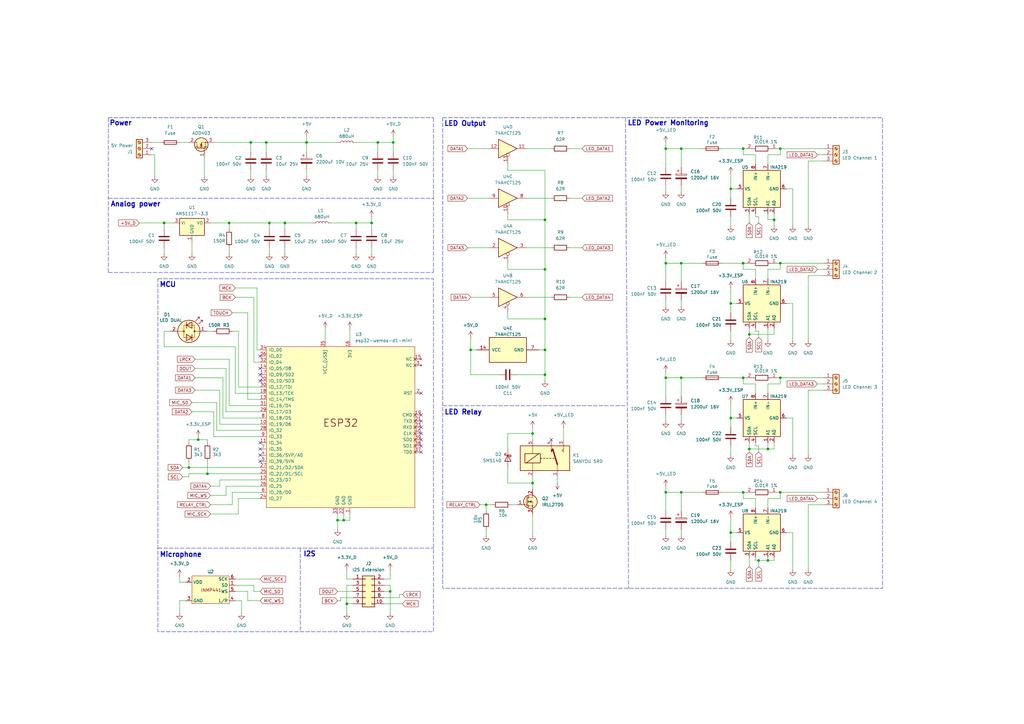
<source format=kicad_sch>
(kicad_sch (version 20231120) (generator "eeschema") (generator_version "8.0")
  (paper "A3")
  (title_block (title "WLED Controller") (date "03.02.2025") (rev "V1.0") (company "Marc Schöndorf"))
  (junction (at 223.52 90.17))
  (junction (at 273.05 201.93))
  (junction (at 320.04 154.94))
  (junction (at 304.8 107.95))
  (junction (at 138.43 213.36))
  (junction (at 314.96 229.87))
  (junction (at 273.05 107.95))
  (junction (at 307.34 184.15))
  (junction (at 93.98 91.44))
  (junction (at 81.28 180.34))
  (junction (at 116.84 91.44))
  (junction (at 199.39 207.01))
  (junction (at 161.29 58.42))
  (junction (at 223.52 110.49))
  (junction (at 299.72 124.46))
  (junction (at 320.04 60.96))
  (junction (at 279.4 60.96))
  (junction (at 279.4 154.94))
  (junction (at 307.34 137.16))
  (junction (at 317.5 90.17))
  (junction (at 110.49 91.44))
  (junction (at 304.8 60.96))
  (junction (at 304.8 154.94))
  (junction (at 218.44 177.8))
  (junction (at 154.94 58.42))
  (junction (at 273.05 154.94))
  (junction (at 142.24 247.65))
  (junction (at 314.96 184.15))
  (junction (at 77.47 191.77))
  (junction (at 320.04 201.93))
  (junction (at 125.73 58.42))
  (junction (at 279.4 201.93))
  (junction (at 85.09 194.31))
  (junction (at 160.02 242.57))
  (junction (at 223.52 153.67))
  (junction (at 102.87 58.42))
  (junction (at 299.72 77.47))
  (junction (at 304.8 201.93))
  (junction (at 67.31 91.44))
  (junction (at 279.4 107.95))
  (junction (at 273.05 60.96))
  (junction (at 218.44 198.12))
  (junction (at 140.97 213.36))
  (junction (at 152.4 91.44))
  (junction (at 223.52 130.81))
  (junction (at 299.72 218.44))
  (junction (at 311.15 229.87))
  (junction (at 223.52 143.51))
  (junction (at 299.72 171.45))
  (junction (at 193.04 143.51))
  (junction (at 146.05 91.44))
  (junction (at 320.04 107.95))
  (junction (at 109.22 58.42))
  (no_connect (at 172.72 172.72))
  (no_connect (at 106.68 146.05))
  (no_connect (at 106.68 181.61))
  (no_connect (at 106.68 153.67))
  (no_connect (at 106.68 186.69))
  (no_connect (at 172.72 175.26))
  (no_connect (at 106.68 156.21))
  (no_connect (at 106.68 151.13))
  (no_connect (at 106.68 184.15))
  (no_connect (at 172.72 170.18))
  (no_connect (at 172.72 182.88))
  (no_connect (at 226.06 180.34))
  (no_connect (at 106.68 189.23))
  (no_connect (at 172.72 185.42))
  (no_connect (at 172.72 177.8))
  (no_connect (at 172.72 161.29))
  (no_connect (at 62.23 60.96))
  (no_connect (at 172.72 180.34))
  (wire (pts (xy 331.47 207.01) (xy 337.82 207.01)))
  (wire (pts (xy 83.82 64.77) (xy 83.82 72.39)))
  (wire (pts (xy 317.5 228.6) (xy 317.5 229.87)))
  (wire (pts (xy 314.96 90.17) (xy 317.5 90.17)))
  (wire (pts (xy 307.34 87.63) (xy 307.34 91.44)))
  (wire (pts (xy 157.48 245.11) (xy 163.83 245.11)))
  (wire (pts (xy 299.72 218.44) (xy 299.72 222.25)))
  (wire (pts (xy 106.68 196.85) (xy 90.17 196.85)))
  (wire (pts (xy 314.96 228.6) (xy 314.96 229.87)))
  (wire (pts (xy 85.09 189.23) (xy 85.09 194.31)))
  (wire (pts (xy 90.17 196.85) (xy 90.17 199.39)))
  (wire (pts (xy 106.68 166.37) (xy 93.98 166.37)))
  (wire (pts (xy 331.47 186.69) (xy 331.47 160.02)))
  (wire (pts (xy 76.2 246.38) (xy 73.66 246.38)))
  (wire (pts (xy 299.72 71.12) (xy 299.72 77.47)))
  (wire (pts (xy 299.72 88.9) (xy 299.72 92.71)))
  (wire (pts (xy 279.4 60.96) (xy 288.29 60.96)))
  (wire (pts (xy 223.52 90.17) (xy 223.52 110.49)))
  (wire (pts (xy 273.05 154.94) (xy 273.05 162.56)))
  (wire (pts (xy 233.68 101.6) (xy 238.76 101.6)))
  (wire (pts (xy 74.93 191.77) (xy 77.47 191.77)))
  (wire (pts (xy 87.63 58.42) (xy 102.87 58.42)))
  (wire (pts (xy 199.39 207.01) (xy 199.39 209.55)))
  (wire (pts (xy 152.4 91.44) (xy 152.4 88.9)))
  (wire (pts (xy 331.47 66.04) (xy 337.82 66.04)))
  (wire (pts (xy 152.4 101.6) (xy 152.4 104.14)))
  (wire (pts (xy 146.05 101.6) (xy 146.05 104.14)))
  (wire (pts (xy 77.47 180.34) (xy 77.47 181.61)))
  (wire (pts (xy 331.47 160.02) (xy 337.82 160.02)))
  (wire (pts (xy 86.36 91.44) (xy 93.98 91.44)))
  (wire (pts (xy 106.68 199.39) (xy 92.71 199.39)))
  (wire (pts (xy 90.17 173.99) (xy 90.17 160.02)))
  (wire (pts (xy 91.44 171.45) (xy 91.44 154.94)))
  (wire (pts (xy 138.43 210.82) (xy 138.43 213.36)))
  (wire (pts (xy 77.47 189.23) (xy 77.47 191.77)))
  (wire (pts (xy 233.68 121.92) (xy 238.76 121.92)))
  (wire (pts (xy 279.4 201.93) (xy 273.05 201.93)))
  (wire (pts (xy 138.43 213.36) (xy 140.97 213.36)))
  (wire (pts (xy 223.52 143.51) (xy 223.52 153.67)))
  (polyline (pts (xy 64.77 224.79) (xy 177.8 224.79)) (stroke (width 0) (type dash)))
  (wire (pts (xy 273.05 217.17) (xy 273.05 219.71)))
  (wire (pts (xy 279.4 154.94) (xy 288.29 154.94)))
  (wire (pts (xy 215.9 101.6) (xy 226.06 101.6)))
  (wire (pts (xy 116.84 91.44) (xy 116.84 93.98)))
  (wire (pts (xy 317.5 90.17) (xy 317.5 92.71)))
  (wire (pts (xy 191.77 81.28) (xy 200.66 81.28)))
  (wire (pts (xy 318.77 154.94) (xy 320.04 154.94)))
  (wire (pts (xy 77.47 194.31) (xy 85.09 194.31)))
  (wire (pts (xy 92.71 199.39) (xy 92.71 203.2)))
  (wire (pts (xy 335.28 204.47) (xy 337.82 204.47)))
  (wire (pts (xy 273.05 201.93) (xy 273.05 199.39)))
  (wire (pts (xy 309.88 88.9) (xy 311.15 88.9)))
  (wire (pts (xy 109.22 58.42) (xy 109.22 62.23)))
  (wire (pts (xy 311.15 182.88) (xy 311.15 185.42)))
  (wire (pts (xy 309.88 110.49) (xy 309.88 114.3)))
  (wire (pts (xy 152.4 91.44) (xy 152.4 93.98)))
  (wire (pts (xy 273.05 76.2) (xy 273.05 78.74)))
  (wire (pts (xy 314.96 110.49) (xy 320.04 110.49)))
  (wire (pts (xy 96.52 142.24) (xy 96.52 161.29)))
  (wire (pts (xy 314.96 157.48) (xy 314.96 161.29)))
  (wire (pts (xy 304.8 201.93) (xy 304.8 204.47)))
  (wire (pts (xy 335.28 63.5) (xy 337.82 63.5)))
  (wire (pts (xy 208.28 67.31) (xy 208.28 69.85)))
  (wire (pts (xy 142.24 233.68) (xy 142.24 237.49)))
  (wire (pts (xy 320.04 201.93) (xy 337.82 201.93)))
  (wire (pts (xy 91.44 154.94) (xy 80.01 154.94)))
  (wire (pts (xy 299.72 135.89) (xy 299.72 139.7)))
  (wire (pts (xy 307.34 137.16) (xy 317.5 137.16)))
  (wire (pts (xy 218.44 195.58) (xy 218.44 198.12)))
  (wire (pts (xy 309.88 204.47) (xy 309.88 208.28)))
  (wire (pts (xy 299.72 165.1) (xy 299.72 171.45)))
  (wire (pts (xy 154.94 58.42) (xy 161.29 58.42)))
  (wire (pts (xy 154.94 69.85) (xy 154.94 72.39)))
  (wire (pts (xy 331.47 113.03) (xy 337.82 113.03)))
  (wire (pts (xy 81.28 179.07) (xy 81.28 180.34)))
  (wire (pts (xy 223.52 69.85) (xy 208.28 69.85)))
  (polyline (pts (xy 181.61 166.37) (xy 256.54 166.37)) (stroke (width 0) (type dash)))
  (wire (pts (xy 104.14 242.57) (xy 106.68 242.57)))
  (wire (pts (xy 142.24 251.46) (xy 142.24 247.65)))
  (wire (pts (xy 215.9 81.28) (xy 226.06 81.28)))
  (wire (pts (xy 77.47 195.58) (xy 77.47 194.31)))
  (wire (pts (xy 67.31 135.89) (xy 67.31 142.24)))
  (wire (pts (xy 62.23 63.5) (xy 63.5 63.5)))
  (wire (pts (xy 325.12 171.45) (xy 322.58 171.45)))
  (wire (pts (xy 96.52 118.11) (xy 105.41 118.11)))
  (wire (pts (xy 335.28 157.48) (xy 337.82 157.48)))
  (wire (pts (xy 309.88 63.5) (xy 309.88 67.31)))
  (polyline (pts (xy 177.8 48.26) (xy 177.8 111.76)) (stroke (width 0) (type dash)))
  (polyline (pts (xy 44.45 81.28) (xy 177.8 81.28)) (stroke (width 0) (type dash)))
  (wire (pts (xy 80.01 147.32) (xy 93.98 147.32)))
  (wire (pts (xy 163.83 245.11) (xy 163.83 243.84)))
  (wire (pts (xy 95.25 201.93) (xy 106.68 201.93)))
  (wire (pts (xy 77.47 191.77) (xy 106.68 191.77)))
  (wire (pts (xy 223.52 110.49) (xy 223.52 130.81)))
  (wire (pts (xy 97.79 204.47) (xy 97.79 210.82)))
  (wire (pts (xy 146.05 91.44) (xy 146.05 93.98)))
  (wire (pts (xy 320.04 60.96) (xy 320.04 63.5)))
  (wire (pts (xy 193.04 138.43) (xy 193.04 143.51)))
  (wire (pts (xy 314.96 87.63) (xy 314.96 90.17)))
  (wire (pts (xy 142.24 240.03) (xy 142.24 247.65)))
  (wire (pts (xy 273.05 154.94) (xy 273.05 152.4)))
  (wire (pts (xy 208.28 107.95) (xy 208.28 110.49)))
  (wire (pts (xy 299.72 118.11) (xy 299.72 124.46)))
  (wire (pts (xy 102.87 58.42) (xy 102.87 62.23)))
  (wire (pts (xy 307.34 184.15) (xy 307.34 185.42)))
  (wire (pts (xy 279.4 107.95) (xy 273.05 107.95)))
  (wire (pts (xy 106.68 163.83) (xy 101.6 163.83)))
  (wire (pts (xy 279.4 60.96) (xy 279.4 68.58)))
  (wire (pts (xy 231.14 180.34) (xy 231.14 175.26)))
  (wire (pts (xy 223.52 130.81) (xy 223.52 143.51)))
  (polyline (pts (xy 44.45 111.76) (xy 177.8 111.76)) (stroke (width 0) (type dash)))
  (wire (pts (xy 233.68 60.96) (xy 238.76 60.96)))
  (wire (pts (xy 320.04 157.48) (xy 320.04 154.94)))
  (wire (pts (xy 309.88 181.61) (xy 309.88 182.88)))
  (wire (pts (xy 311.15 229.87) (xy 314.96 229.87)))
  (wire (pts (xy 209.55 207.01) (xy 212.09 207.01)))
  (wire (pts (xy 299.72 218.44) (xy 302.26 218.44)))
  (wire (pts (xy 85.09 135.89) (xy 87.63 135.89)))
  (wire (pts (xy 208.28 130.81) (xy 223.52 130.81)))
  (wire (pts (xy 304.8 60.96) (xy 306.07 60.96)))
  (wire (pts (xy 331.47 139.7) (xy 331.47 113.03)))
  (wire (pts (xy 299.72 124.46) (xy 302.26 124.46)))
  (wire (pts (xy 307.34 137.16) (xy 307.34 138.43)))
  (wire (pts (xy 106.68 171.45) (xy 91.44 171.45)))
  (wire (pts (xy 76.2 238.76) (xy 73.66 238.76)))
  (wire (pts (xy 325.12 233.68) (xy 325.12 218.44)))
  (wire (pts (xy 309.88 110.49) (xy 304.8 110.49)))
  (wire (pts (xy 86.36 199.39) (xy 90.17 199.39)))
  (wire (pts (xy 228.6 195.58) (xy 228.6 198.12)))
  (wire (pts (xy 299.72 212.09) (xy 299.72 218.44)))
  (wire (pts (xy 135.89 91.44) (xy 146.05 91.44)))
  (wire (pts (xy 199.39 207.01) (xy 201.93 207.01)))
  (wire (pts (xy 81.28 180.34) (xy 85.09 180.34)))
  (wire (pts (xy 88.9 176.53) (xy 88.9 165.1)))
  (wire (pts (xy 67.31 142.24) (xy 96.52 142.24)))
  (wire (pts (xy 311.15 135.89) (xy 311.15 138.43)))
  (wire (pts (xy 318.77 60.96) (xy 320.04 60.96)))
  (wire (pts (xy 273.05 201.93) (xy 273.05 209.55)))
  (wire (pts (xy 311.15 88.9) (xy 311.15 91.44)))
  (wire (pts (xy 78.74 165.1) (xy 88.9 165.1)))
  (wire (pts (xy 193.04 153.67) (xy 193.04 143.51)))
  (wire (pts (xy 140.97 213.36) (xy 143.51 213.36)))
  (wire (pts (xy 299.72 124.46) (xy 299.72 128.27)))
  (wire (pts (xy 295.91 107.95) (xy 304.8 107.95)))
  (wire (pts (xy 85.09 194.31) (xy 106.68 194.31)))
  (wire (pts (xy 223.52 153.67) (xy 223.52 156.21)))
  (wire (pts (xy 208.28 87.63) (xy 208.28 90.17)))
  (wire (pts (xy 160.02 242.57) (xy 160.02 251.46)))
  (wire (pts (xy 106.68 176.53) (xy 88.9 176.53)))
  (wire (pts (xy 104.14 148.59) (xy 106.68 148.59)))
  (wire (pts (xy 95.25 135.89) (xy 97.79 135.89)))
  (wire (pts (xy 80.01 151.13) (xy 92.71 151.13)))
  (wire (pts (xy 62.23 58.42) (xy 66.04 58.42)))
  (wire (pts (xy 311.15 229.87) (xy 311.15 232.41)))
  (wire (pts (xy 101.6 163.83) (xy 101.6 128.27)))
  (wire (pts (xy 331.47 92.71) (xy 331.47 66.04)))
  (wire (pts (xy 208.28 128.27) (xy 208.28 130.81)))
  (wire (pts (xy 144.78 245.11) (xy 139.7 245.11)))
  (wire (pts (xy 93.98 91.44) (xy 93.98 93.98)))
  (wire (pts (xy 279.4 107.95) (xy 288.29 107.95)))
  (wire (pts (xy 144.78 240.03) (xy 142.24 240.03)))
  (wire (pts (xy 208.28 177.8) (xy 218.44 177.8)))
  (wire (pts (xy 110.49 101.6) (xy 110.49 104.14)))
  (polyline (pts (xy 44.45 48.26) (xy 44.45 111.76)) (stroke (width 0) (type dash)))
  (wire (pts (xy 208.28 198.12) (xy 218.44 198.12)))
  (wire (pts (xy 279.4 217.17) (xy 279.4 219.71)))
  (wire (pts (xy 78.74 99.06) (xy 78.74 104.14)))
  (wire (pts (xy 101.6 128.27) (xy 95.25 128.27)))
  (wire (pts (xy 86.36 207.01) (xy 95.25 207.01)))
  (wire (pts (xy 309.88 134.62) (xy 309.88 135.89)))
  (wire (pts (xy 325.12 92.71) (xy 325.12 77.47)))
  (wire (pts (xy 191.77 101.6) (xy 200.66 101.6)))
  (wire (pts (xy 57.15 91.44) (xy 67.31 91.44)))
  (wire (pts (xy 96.52 121.92) (xy 104.14 121.92)))
  (wire (pts (xy 314.96 204.47) (xy 314.96 208.28)))
  (wire (pts (xy 314.96 157.48) (xy 320.04 157.48)))
  (wire (pts (xy 320.04 60.96) (xy 337.82 60.96)))
  (wire (pts (xy 143.51 134.62) (xy 143.51 139.7)))
  (wire (pts (xy 106.68 173.99) (xy 90.17 173.99)))
  (wire (pts (xy 309.88 228.6) (xy 309.88 229.87)))
  (wire (pts (xy 110.49 91.44) (xy 116.84 91.44)))
  (wire (pts (xy 307.34 228.6) (xy 307.34 232.41)))
  (wire (pts (xy 93.98 166.37) (xy 93.98 147.32)))
  (wire (pts (xy 106.68 168.91) (xy 92.71 168.91)))
  (wire (pts (xy 212.09 153.67) (xy 223.52 153.67)))
  (wire (pts (xy 161.29 58.42) (xy 161.29 62.23)))
  (wire (pts (xy 199.39 217.17) (xy 199.39 219.71)))
  (wire (pts (xy 307.34 184.15) (xy 314.96 184.15)))
  (wire (pts (xy 96.52 242.57) (xy 101.6 242.57)))
  (wire (pts (xy 138.43 242.57) (xy 144.78 242.57)))
  (wire (pts (xy 320.04 110.49) (xy 320.04 107.95)))
  (wire (pts (xy 90.17 160.02) (xy 80.01 160.02)))
  (wire (pts (xy 96.52 246.38) (xy 99.06 246.38)))
  (wire (pts (xy 318.77 107.95) (xy 320.04 107.95)))
  (wire (pts (xy 295.91 154.94) (xy 304.8 154.94)))
  (wire (pts (xy 314.96 110.49) (xy 314.96 114.3)))
  (wire (pts (xy 106.68 204.47) (xy 97.79 204.47)))
  (wire (pts (xy 195.58 143.51) (xy 193.04 143.51)))
  (wire (pts (xy 157.48 242.57) (xy 160.02 242.57)))
  (wire (pts (xy 154.94 58.42) (xy 154.94 62.23)))
  (wire (pts (xy 304.8 107.95) (xy 304.8 110.49)))
  (wire (pts (xy 314.96 63.5) (xy 314.96 67.31)))
  (wire (pts (xy 139.7 245.11) (xy 139.7 246.38)))
  (wire (pts (xy 193.04 153.67) (xy 204.47 153.67)))
  (wire (pts (xy 335.28 110.49) (xy 337.82 110.49)))
  (wire (pts (xy 73.66 246.38) (xy 73.66 251.46)))
  (wire (pts (xy 314.96 204.47) (xy 320.04 204.47)))
  (wire (pts (xy 279.4 154.94) (xy 273.05 154.94)))
  (wire (pts (xy 320.04 201.93) (xy 320.04 204.47)))
  (wire (pts (xy 86.36 210.82) (xy 97.79 210.82)))
  (wire (pts (xy 325.12 139.7) (xy 325.12 124.46)))
  (wire (pts (xy 314.96 63.5) (xy 320.04 63.5)))
  (wire (pts (xy 142.24 247.65) (xy 144.78 247.65)))
  (wire (pts (xy 138.43 213.36) (xy 138.43 217.17)))
  (wire (pts (xy 97.79 158.75) (xy 106.68 158.75)))
  (wire (pts (xy 73.66 236.22) (xy 73.66 238.76)))
  (wire (pts (xy 191.77 60.96) (xy 200.66 60.96)))
  (wire (pts (xy 304.8 60.96) (xy 304.8 63.5)))
  (wire (pts (xy 314.96 184.15) (xy 317.5 184.15)))
  (wire (pts (xy 196.85 207.01) (xy 199.39 207.01)))
  (wire (pts (xy 193.04 121.92) (xy 200.66 121.92)))
  (wire (pts (xy 161.29 55.88) (xy 161.29 58.42)))
  (wire (pts (xy 218.44 177.8) (xy 218.44 180.34)))
  (wire (pts (xy 110.49 91.44) (xy 110.49 93.98)))
  (wire (pts (xy 95.25 207.01) (xy 95.25 201.93)))
  (wire (pts (xy 85.09 180.34) (xy 85.09 181.61)))
  (wire (pts (xy 299.72 171.45) (xy 299.72 175.26)))
  (polyline (pts (xy 44.45 48.26) (xy 177.8 48.26)) (stroke (width 0) (type dash)))
  (wire (pts (xy 67.31 91.44) (xy 71.12 91.44)))
  (wire (pts (xy 299.72 77.47) (xy 299.72 81.28)))
  (wire (pts (xy 309.88 135.89) (xy 311.15 135.89)))
  (wire (pts (xy 116.84 91.44) (xy 128.27 91.44)))
  (wire (pts (xy 73.66 58.42) (xy 77.47 58.42)))
  (wire (pts (xy 215.9 60.96) (xy 226.06 60.96)))
  (wire (pts (xy 304.8 204.47) (xy 309.88 204.47)))
  (wire (pts (xy 320.04 107.95) (xy 337.82 107.95)))
  (wire (pts (xy 109.22 69.85) (xy 109.22 72.39)))
  (wire (pts (xy 208.28 177.8) (xy 208.28 184.15)))
  (wire (pts (xy 157.48 237.49) (xy 160.02 237.49)))
  (wire (pts (xy 69.85 135.89) (xy 67.31 135.89)))
  (wire (pts (xy 295.91 60.96) (xy 304.8 60.96)))
  (wire (pts (xy 304.8 154.94) (xy 304.8 157.48)))
  (wire (pts (xy 125.73 55.88) (xy 125.73 58.42)))
  (wire (pts (xy 157.48 247.65) (xy 165.1 247.65)))
  (wire (pts (xy 279.4 201.93) (xy 279.4 209.55)))
  (wire (pts (xy 320.04 154.94) (xy 337.82 154.94)))
  (wire (pts (xy 318.77 201.93) (xy 320.04 201.93)))
  (wire (pts (xy 101.6 242.57) (xy 101.6 246.38)))
  (wire (pts (xy 273.05 107.95) (xy 273.05 115.57)))
  (wire (pts (xy 304.8 107.95) (xy 306.07 107.95)))
  (wire (pts (xy 208.28 90.17) (xy 223.52 90.17)))
  (wire (pts (xy 279.4 154.94) (xy 279.4 162.56)))
  (wire (pts (xy 314.96 134.62) (xy 314.96 139.7)))
  (wire (pts (xy 102.87 58.42) (xy 109.22 58.42)))
  (wire (pts (xy 106.68 179.07) (xy 87.63 179.07)))
  (wire (pts (xy 93.98 101.6) (xy 93.98 104.14)))
  (wire (pts (xy 314.96 181.61) (xy 314.96 184.15)))
  (wire (pts (xy 99.06 246.38) (xy 99.06 251.46)))
  (wire (pts (xy 104.14 240.03) (xy 104.14 242.57)))
  (wire (pts (xy 325.12 77.47) (xy 322.58 77.47)))
  (wire (pts (xy 299.72 182.88) (xy 299.72 186.69)))
  (wire (pts (xy 163.83 243.84) (xy 165.1 243.84)))
  (wire (pts (xy 96.52 240.03) (xy 104.14 240.03)))
  (wire (pts (xy 102.87 69.85) (xy 102.87 72.39)))
  (wire (pts (xy 279.4 76.2) (xy 279.4 78.74)))
  (wire (pts (xy 299.72 77.47) (xy 302.26 77.47)))
  (wire (pts (xy 125.73 69.85) (xy 125.73 72.39)))
  (wire (pts (xy 223.52 90.17) (xy 223.52 69.85)))
  (wire (pts (xy 146.05 58.42) (xy 154.94 58.42)))
  (wire (pts (xy 299.72 229.87) (xy 299.72 233.68)))
  (wire (pts (xy 317.5 181.61) (xy 317.5 184.15)))
  (wire (pts (xy 87.63 179.07) (xy 87.63 168.91)))
  (wire (pts (xy 295.91 201.93) (xy 304.8 201.93)))
  (wire (pts (xy 125.73 58.42) (xy 109.22 58.42)))
  (wire (pts (xy 279.4 107.95) (xy 279.4 115.57)))
  (wire (pts (xy 220.98 143.51) (xy 223.52 143.51)))
  (wire (pts (xy 279.4 123.19) (xy 279.4 125.73)))
  (wire (pts (xy 279.4 60.96) (xy 273.05 60.96)))
  (wire (pts (xy 325.12 218.44) (xy 322.58 218.44)))
  (wire (pts (xy 101.6 246.38) (xy 106.68 246.38)))
  (wire (pts (xy 74.93 195.58) (xy 77.47 195.58)))
  (wire (pts (xy 307.34 181.61) (xy 307.34 184.15)))
  (wire (pts (xy 146.05 91.44) (xy 152.4 91.44)))
  (wire (pts (xy 331.47 233.68) (xy 331.47 207.01)))
  (wire (pts (xy 67.31 91.44) (xy 67.31 93.98)))
  (wire (pts (xy 218.44 175.26) (xy 218.44 177.8)))
  (wire (pts (xy 142.24 237.49) (xy 144.78 237.49)))
  (wire (pts (xy 138.43 246.38) (xy 139.7 246.38)))
  (wire (pts (xy 92.71 168.91) (xy 92.71 151.13)))
  (wire (pts (xy 309.88 229.87) (xy 311.15 229.87)))
  (wire (pts (xy 317.5 134.62) (xy 317.5 137.16)))
  (wire (pts (xy 215.9 121.92) (xy 226.06 121.92)))
  (wire (pts (xy 309.88 182.88) (xy 311.15 182.88)))
  (wire (pts (xy 105.41 143.51) (xy 105.41 118.11)))
  (wire (pts (xy 304.8 63.5) (xy 309.88 63.5)))
  (wire (pts (xy 307.34 134.62) (xy 307.34 137.16)))
  (wire (pts (xy 160.02 240.03) (xy 160.02 242.57)))
  (wire (pts (xy 218.44 210.82) (xy 218.44 219.71)))
  (wire (pts (xy 309.88 157.48) (xy 304.8 157.48)))
  (polyline (pts (xy 256.54 48.26) (xy 257.81 241.3)) (stroke (width 0) (type dash)))
  (wire (pts (xy 317.5 87.63) (xy 317.5 90.17)))
  (wire (pts (xy 325.12 124.46) (xy 322.58 124.46)))
  (wire (pts (xy 325.12 186.69) (xy 325.12 171.45)))
  (wire (pts (xy 143.51 210.82) (xy 143.51 213.36)))
  (wire (pts (xy 96.52 237.49) (xy 106.68 237.49)))
  (wire (pts (xy 304.8 201.93) (xy 306.07 201.93)))
  (wire (pts (xy 273.05 60.96) (xy 273.05 58.42)))
  (wire (pts (xy 86.36 203.2) (xy 92.71 203.2)))
  (wire (pts (xy 133.35 134.62) (xy 133.35 139.7)))
  (wire (pts (xy 233.68 81.28) (xy 238.76 81.28)))
  (wire (pts (xy 96.52 161.29) (xy 106.68 161.29)))
  (wire (pts (xy 273.05 170.18) (xy 273.05 172.72)))
  (wire (pts (xy 104.14 148.59) (xy 104.14 121.92)))
  (wire (pts (xy 63.5 63.5) (xy 63.5 72.39)))
  (wire (pts (xy 208.28 110.49) (xy 223.52 110.49)))
  (wire (pts (xy 273.05 107.95) (xy 273.05 105.41)))
  (wire (pts (xy 208.28 191.77) (xy 208.28 198.12)))
  (wire (pts (xy 97.79 135.89) (xy 97.79 158.75)))
  (wire (pts (xy 125.73 58.42) (xy 138.43 58.42)))
  (polyline (pts (xy 123.19 224.79) (xy 123.19 259.08)) (stroke (width 0) (type dash)))
  (wire (pts (xy 77.47 180.34) (xy 81.28 180.34)))
  (wire (pts (xy 279.4 201.93) (xy 288.29 201.93)))
  (wire (pts (xy 106.68 143.51) (xy 105.41 143.51)))
  (wire (pts (xy 273.05 123.19) (xy 273.05 125.73)))
  (wire (pts (xy 299.72 171.45) (xy 302.26 171.45)))
  (wire (pts (xy 67.31 101.6) (xy 67.31 104.14)))
  (wire (pts (xy 160.02 240.03) (xy 157.48 240.03)))
  (wire (pts (xy 87.63 168.91) (xy 78.74 168.91)))
  (wire (pts (xy 273.05 60.96) (xy 273.05 68.58)))
  (wire (pts (xy 125.73 62.23) (xy 125.73 58.42)))
  (wire (pts (xy 309.88 157.48) (xy 309.88 161.29)))
  (wire (pts (xy 314.96 229.87) (xy 317.5 229.87)))
  (wire (pts (xy 304.8 154.94) (xy 306.07 154.94)))
  (wire (pts (xy 279.4 170.18) (xy 279.4 172.72)))
  (wire (pts (xy 93.98 91.44) (xy 110.49 91.44)))
  (wire (pts (xy 116.84 101.6) (xy 116.84 104.14)))
  (wire (pts (xy 309.88 87.63) (xy 309.88 88.9)))
  (wire (pts (xy 140.97 210.82) (xy 140.97 213.36)))
  (wire (pts (xy 218.44 198.12) (xy 218.44 200.66)))
  (wire (pts (xy 161.29 69.85) (xy 161.29 72.39)))
  (wire (pts (xy 160.02 237.49) (xy 160.02 233.68)))
  (rectangle (start 181.61 48.26) (end 361.95 241.3) (stroke (width 0) (type dash)))
  (rectangle (start 182.88 156.21) (end 182.88 156.21))
  (rectangle (start 64.77 114.3) (end 177.8 259.08) (stroke (width 0) (type dash)))
  (text "I2S" (at 127 227.33 0) (effects (font (size 2 2) (thickness 0.4) (bold yes))))
  (text "LED Relay" (at 189.992 169.164 0) (effects (font (size 2 2) (thickness 0.4) (bold yes))))
  (text "Analog power" (at 55.626 83.82 0) (effects (font (size 2 2) (thickness 0.4) (bold yes))))
  (text "Power" (at 49.53 50.546 0) (effects (font (size 2 2) (thickness 0.4) (bold yes))))
  (text "MCU" (at 68.834 116.84 0) (effects (font (size 2 2) (thickness 0.4) (bold yes))))
  (text "LED Power Monitoring" (at 274.066 50.546 0) (effects (font (size 2 2) (thickness 0.4) (bold yes))))
  (text "LED Output" (at 190.754 50.8 0) (effects (font (size 2 2) (thickness 0.4) (bold yes))))
  (text "Microphone" (at 74.168 227.584 0) (effects (font (size 2 2) (thickness 0.4) (bold yes))))
  (global_label "RELAY_CTRL" (shape input) (at 86.36 207.01 180) (property "Intersheetrefs" "${INTERSHEET_REFS}" (effects (hide yes))))
  (global_label "MCK" (shape input) (at 165.1 247.65 0) (property "Intersheetrefs" "${INTERSHEET_REFS}" (effects (hide yes))))
  (global_label "DOUT" (shape input) (at 80.01 151.13 180) (property "Intersheetrefs" "${INTERSHEET_REFS}" (effects (hide yes))))
  (global_label "BCK" (shape input) (at 138.43 246.38 180) (property "Intersheetrefs" "${INTERSHEET_REFS}" (effects (hide yes))))
  (global_label "MIC_WS" (shape input) (at 106.68 246.38 0) (property "Intersheetrefs" "${INTERSHEET_REFS}" (effects (hide yes))))
  (global_label "SCL" (shape input) (at 311.15 138.43 270) (property "Intersheetrefs" "${INTERSHEET_REFS}" (effects (hide yes))))
  (global_label "LRCK" (shape input) (at 80.01 147.32 180) (property "Intersheetrefs" "${INTERSHEET_REFS}" (effects (hide yes))))
  (global_label "LED_DATA3" (shape input) (at 335.28 157.48 180) (property "Intersheetrefs" "${INTERSHEET_REFS}" (effects (hide yes))))
  (global_label "LED_DATA2" (shape input) (at 335.28 110.49 180) (property "Intersheetrefs" "${INTERSHEET_REFS}" (effects (hide yes))))
  (global_label "LED_DATA4" (shape input) (at 335.28 204.47 180) (property "Intersheetrefs" "${INTERSHEET_REFS}" (effects (hide yes))))
  (global_label "BCK" (shape input) (at 96.52 121.92 180) (property "Intersheetrefs" "${INTERSHEET_REFS}" (effects (hide yes))))
  (global_label "SCL" (shape input) (at 311.15 232.41 270) (property "Intersheetrefs" "${INTERSHEET_REFS}" (effects (hide yes))))
  (global_label "MIC_WS" (shape input) (at 86.36 203.2 180) (property "Intersheetrefs" "${INTERSHEET_REFS}" (effects (hide yes))))
  (global_label "MIC_SCK" (shape input) (at 86.36 210.82 180) (property "Intersheetrefs" "${INTERSHEET_REFS}" (effects (hide yes))))
  (global_label "RELAY_CTRL" (shape input) (at 196.85 207.01 180) (property "Intersheetrefs" "${INTERSHEET_REFS}" (effects (hide yes))))
  (global_label "TOUCH" (shape input) (at 95.25 128.27 180) (property "Intersheetrefs" "${INTERSHEET_REFS}" (effects (hide yes))))
  (global_label "SCL" (shape input) (at 74.93 195.58 180) (property "Intersheetrefs" "${INTERSHEET_REFS}" (effects (hide yes))))
  (global_label "DATA4" (shape input) (at 193.04 121.92 180) (property "Intersheetrefs" "${INTERSHEET_REFS}" (effects (hide yes))))
  (global_label "DOUT" (shape input) (at 138.43 242.57 180) (property "Intersheetrefs" "${INTERSHEET_REFS}" (effects (hide yes))))
  (global_label "LED_DATA1" (shape input) (at 238.76 60.96 0) (property "Intersheetrefs" "${INTERSHEET_REFS}" (effects (hide yes))))
  (global_label "MIC_SCK" (shape input) (at 106.68 237.49 0) (property "Intersheetrefs" "${INTERSHEET_REFS}" (effects (hide yes))))
  (global_label "DATA1" (shape input) (at 191.77 60.96 180) (property "Intersheetrefs" "${INTERSHEET_REFS}" (effects (hide yes))))
  (global_label "LED_DATA1" (shape input) (at 335.28 63.5 180) (property "Intersheetrefs" "${INTERSHEET_REFS}" (effects (hide yes))))
  (global_label "DATA2" (shape input) (at 191.77 81.28 180) (property "Intersheetrefs" "${INTERSHEET_REFS}" (effects (hide yes))))
  (global_label "SDA" (shape input) (at 307.34 185.42 270) (property "Intersheetrefs" "${INTERSHEET_REFS}" (effects (hide yes))))
  (global_label "LED_DATA4" (shape input) (at 238.76 121.92 0) (property "Intersheetrefs" "${INTERSHEET_REFS}" (effects (hide yes))))
  (global_label "SDA" (shape input) (at 307.34 232.41 270) (property "Intersheetrefs" "${INTERSHEET_REFS}" (effects (hide yes))))
  (global_label "MIC_SD" (shape input) (at 78.74 165.1 180) (property "Intersheetrefs" "${INTERSHEET_REFS}" (effects (hide yes))))
  (global_label "SDA" (shape input) (at 74.93 191.77 180) (property "Intersheetrefs" "${INTERSHEET_REFS}" (effects (hide yes))))
  (global_label "LED_DATA3" (shape input) (at 238.76 101.6 0) (property "Intersheetrefs" "${INTERSHEET_REFS}" (effects (hide yes))))
  (global_label "DATA3" (shape input) (at 80.01 160.02 180) (property "Intersheetrefs" "${INTERSHEET_REFS}" (effects (hide yes))))
  (global_label "SDA" (shape input) (at 307.34 91.44 270) (property "Intersheetrefs" "${INTERSHEET_REFS}" (effects (hide yes))))
  (global_label "SDA" (shape input) (at 307.34 138.43 270) (property "Intersheetrefs" "${INTERSHEET_REFS}" (effects (hide yes))))
  (global_label "DATA3" (shape input) (at 191.77 101.6 180) (property "Intersheetrefs" "${INTERSHEET_REFS}" (effects (hide yes))))
  (global_label "DATA1" (shape input) (at 80.01 154.94 180) (property "Intersheetrefs" "${INTERSHEET_REFS}" (effects (hide yes))))
  (global_label "SCL" (shape input) (at 311.15 185.42 270) (property "Intersheetrefs" "${INTERSHEET_REFS}" (effects (hide yes))))
  (global_label "MCK" (shape input) (at 96.52 118.11 180) (property "Intersheetrefs" "${INTERSHEET_REFS}" (effects (hide yes))))
  (global_label "DATA2" (shape input) (at 78.74 168.91 180) (property "Intersheetrefs" "${INTERSHEET_REFS}" (effects (hide yes))))
  (global_label "LRCK" (shape input) (at 165.1 243.84 0) (property "Intersheetrefs" "${INTERSHEET_REFS}" (effects (hide yes))))
  (global_label "DATA4" (shape input) (at 86.36 199.39 180) (property "Intersheetrefs" "${INTERSHEET_REFS}" (effects (hide yes))))
  (global_label "SCL" (shape input) (at 311.15 91.44 270) (property "Intersheetrefs" "${INTERSHEET_REFS}" (effects (hide yes))))
  (global_label "LED_DATA2" (shape input) (at 238.76 81.28 0) (property "Intersheetrefs" "${INTERSHEET_REFS}" (effects (hide yes))))
  (global_label "MIC_SD" (shape input) (at 106.68 242.57 0) (property "Intersheetrefs" "${INTERSHEET_REFS}" (effects (hide yes))))
  (global_label "+5V_D" (shape input) (at 57.15 91.44 180) (property "Intersheetrefs" "${INTERSHEET_REFS}" (effects (hide yes))))
  (symbol (lib_id "PCM_Capacitor_US_AKL:C_1206") (at 299.72 85.09 0) (mirror y) (unit 1)
    (property "Reference" "C20" (at 295.91 83.8199 0) (effects (justify left)))
    (property "Value" "100nF 50V" (at 295.91 86.3599 0) (effects (justify left)))
    (property "Footprint" "PCM_Capacitor_SMD_AKL:C_1206_3216Metric" (effects (hide yes)))
    (property "Description" "SMD 1206 MLCC capacitor, Alternate KiCad Library" (effects (hide yes)))
  )
  (symbol (lib_id "PCM_Capacitor_US_AKL:C_1206") (at 154.94 66.04 0) (mirror y) (unit 1)
    (property "Reference" "C9" (at 151.13 64.7699 0) (effects (justify left)))
    (property "Value" "10uF 25V" (at 151.13 67.3099 0) (effects (justify left)))
    (property "Footprint" "PCM_Capacitor_SMD_AKL:C_1206_3216Metric" (effects (hide yes)))
    (property "Description" "SMD 1206 MLCC capacitor, Alternate KiCad Library" (effects (hide yes)))
  )
  (symbol (lib_id "power:GND") (at 299.72 92.71 0) (unit 1)
    (property "Reference" "#PWR049" (effects (hide yes)))
    (property "Value" "GND" (at 299.72 97.79 0))
    (property "Description" "Power symbol creates a global label with name \"GND\" , ground" (effects (hide yes)))
  )
  (symbol (lib_id "power:GND") (at 154.94 72.39 0) (unit 1)
    (property "Reference" "#PWR024" (effects (hide yes)))
    (property "Value" "GND" (at 154.94 77.47 0))
    (property "Description" "Power symbol creates a global label with name \"GND\" , ground" (effects (hide yes)))
  )
  (symbol (lib_id "PCM_Transistor_MOSFET_AKL:IRLL2705") (at 215.9 205.74 0) (unit 1)
    (property "Reference" "Q2" (at 222.25 204.4699 0) (effects (justify left)))
    (property "Value" "IRLL2705" (at 222.25 207.0099 0) (effects (justify left)))
    (property "Footprint" "PCM_Package_TO_SOT_SMD_AKL:SOT-223-3_TabPin2" (effects (hide yes)))
    (property "Datasheet" "https://www.tme.eu/Document/8382ca5f0ce3478ec8ee90db5ce0785f/irll2705pbf.pdf" (effects (hide yes)))
    (property "Description" "SOT-223 N-MOSFET enchancement mode transistor, 55V, 3.8A, 2.1W, Alternate KiCAD Library" (effects (hide yes)))
  )
  (symbol (lib_id "Device:Fuse") (at 292.1 154.94 90) (unit 1)
    (property "Reference" "F4" (at 292.1 150.368 90))
    (property "Value" "Fuse" (at 292.1 152.654 90))
    (property "Footprint" "Fuse:Fuseholder_Littelfuse_Nano2_154x" (effects (hide yes)))
    (property "Description" "Fuse" (effects (hide yes)))
  )
  (symbol (lib_id "PCM_Capacitor_AKL:CP_Radial_D10.0mm_P5.00mm") (at 279.4 166.37 0) (unit 1)
    (property "Reference" "C18" (at 283.21 164.338 0) (effects (justify left)))
    (property "Value" "1200uF 16V" (at 283.21 166.878 0) (effects (justify left)))
    (property "Footprint" "PCM_Capacitor_THT_AKL:CP_Radial_D10.0mm_P5.00mm" (effects (hide yes)))
    (property "Description" "THT Electrolytic Capacitor, 10.0mm Diameter, 5.00mm Pitch, European Symbol, Alternate KiCad Library" (effects (hide yes)))
  )
  (symbol (lib_id "PCM_Capacitor_US_AKL:C_1206") (at 152.4 97.79 0) (unit 1)
    (property "Reference" "C8" (at 156.21 96.5199 0) (effects (justify left)))
    (property "Value" "10uF 25V" (at 156.21 99.0599 0) (effects (justify left)))
    (property "Footprint" "PCM_Capacitor_SMD_AKL:C_1206_3216Metric" (effects (hide yes)))
    (property "Description" "SMD 1206 MLCC capacitor, Alternate KiCad Library" (effects (hide yes)))
  )
  (symbol (lib_id "Connector_Generic:Conn_02x05_Odd_Even") (at 149.86 242.57 0) (unit 1)
    (property "Reference" "J2" (at 151.13 231.14 0))
    (property "Value" "I2S Extension" (at 151.13 233.68 0))
    (property "Footprint" "Connector_IDC:IDC-Header_2x05_P2.54mm_Horizontal" (effects (hide yes)))
    (property "Description" "Generic connector, double row, 02x05, odd/even pin numbering scheme (row 1 odd numbers, row 2 even numbers), script generated (kicad-library-utils/schlib/autogen/connector/)" (effects (hide yes)))
  )
  (symbol (lib_id "CustomLib:R-ShuntSMD") (at 312.42 154.94 0) (unit 1)
    (property "Reference" "R13" (at 310.896 150.368 0))
    (property "Value" "0.01R 1%" (at 314.198 152.146 0))
    (property "Footprint" "CustomLib:2512_Shunt" (effects (hide yes)))
  )
  (symbol (lib_id "PCM_Resistor_AKL:R_DIN0207_P10.16mm") (at 229.87 60.96 90) (unit 1)
    (property "Reference" "R7" (at 229.87 54.61 90))
    (property "Value" "62R" (at 229.87 57.15 90))
    (property "Footprint" "PCM_Resistor_THT_AKL:R_Axial_DIN0207_L6.3mm_D2.5mm_P10.16mm_Horizontal" (effects (hide yes)))
    (property "Description" "THT 0207 Resistor, 10.16mm Pin Pitch, European Symbol, Alternate KiCad Library" (effects (hide yes)))
  )
  (symbol (lib_id "power:GND") (at 273.05 78.74 0) (unit 1)
    (property "Reference" "#PWR037" (effects (hide yes)))
    (property "Value" "GND" (at 273.05 83.82 0))
    (property "Description" "Power symbol creates a global label with name \"GND\" , ground" (effects (hide yes)))
  )
  (symbol (lib_id "Sensor_Energy:INA219AxD") (at 312.42 77.47 90) (mirror x) (unit 1)
    (property "Reference" "U5" (at 305.562 68.58 90))
    (property "Value" "INA219" (at 319.278 68.58 90))
    (property "Footprint" "Package_SO:SOIC-8_3.9x4.9mm_P1.27mm" (effects (hide yes)))
    (property "Datasheet" "http://www.ti.com/lit/ds/symlink/ina219.pdf" (effects (hide yes)))
    (property "Description" "Zero-Drift, Bidirectional Current/Power Monitor (0-26V) With I2C Interface, SOIC-8" (effects (hide yes)))
  )
  (symbol (lib_id "power:+5VP") (at 273.05 199.39 0) (unit 1)
    (property "Reference" "#PWR042" (effects (hide yes)))
    (property "Value" "+5V_LED" (at 273.05 194.31 0))
    (property "Description" "Power symbol creates a global label with name \"+5VP\"" (effects (hide yes)))
  )
  (symbol (lib_id "Device:D_Schottky") (at 208.28 187.96 90) (mirror x) (unit 1)
    (property "Reference" "D2" (at 205.74 186.3724 90) (effects (justify left)))
    (property "Value" "SMS140" (at 205.74 188.9124 90) (effects (justify left)))
    (property "Footprint" "Diode_SMD:D_MELF" (effects (hide yes)))
    (property "Description" "Schottky diode" (effects (hide yes)))
  )
  (symbol (lib_id "power:GND") (at 73.66 251.46 0) (unit 1)
    (property "Reference" "#PWR04" (effects (hide yes)))
    (property "Value" "GND" (at 73.66 256.54 0))
    (property "Description" "Power symbol creates a global label with name \"GND\" , ground" (effects (hide yes)))
  )
  (symbol (lib_id "Connector:Screw_Terminal_01x03") (at 342.9 110.49 0) (unit 1)
    (property "Reference" "J4" (at 345.44 109.2199 0) (effects (justify left)))
    (property "Value" "LED Channel 2" (at 345.44 111.7599 0) (effects (justify left)))
    (property "Footprint" "CustomLib:ScrewPlug_3P_Vertical" (effects (hide yes)))
    (property "Description" "Generic screw terminal, single row, 01x03, script generated (kicad-library-utils/schlib/autogen/connector/)" (effects (hide yes)))
  )
  (symbol (lib_id "power:GND") (at 317.5 92.71 0) (unit 1)
    (property "Reference" "#PWR057" (effects (hide yes)))
    (property "Value" "GND" (at 317.5 97.79 0))
    (property "Description" "Power symbol creates a global label with name \"GND\" , ground" (effects (hide yes)))
  )
  (symbol (lib_id "power:+5VP") (at 125.73 55.88 0) (unit 1)
    (property "Reference" "#PWR014" (effects (hide yes)))
    (property "Value" "+5V" (at 125.73 50.8 0))
    (property "Description" "Power symbol creates a global label with name \"+5VP\"" (effects (hide yes)))
  )
  (symbol (lib_id "power:GND") (at 273.05 125.73 0) (unit 1)
    (property "Reference" "#PWR039" (effects (hide yes)))
    (property "Value" "GND" (at 273.05 130.81 0))
    (property "Description" "Power symbol creates a global label with name \"GND\" , ground" (effects (hide yes)))
  )
  (symbol (lib_id "power:+5VP") (at 299.72 71.12 0) (unit 1)
    (property "Reference" "#PWR048" (effects (hide yes)))
    (property "Value" "+3.3V_ESP" (at 299.72 66.04 0))
    (property "Description" "Power symbol creates a global label with name \"+5VP\"" (effects (hide yes)))
  )
  (symbol (lib_id "power:+5VP") (at 81.28 179.07 0) (unit 1)
    (property "Reference" "#PWR06" (effects (hide yes)))
    (property "Value" "+3.3V_ESP" (at 81.28 173.99 0))
    (property "Description" "Power symbol creates a global label with name \"+5VP\"" (effects (hide yes)))
  )
  (symbol (lib_id "Sensor_Energy:INA219AxD") (at 312.42 171.45 90) (mirror x) (unit 1)
    (property "Reference" "U7" (at 305.562 162.56 90))
    (property "Value" "INA219" (at 319.278 162.56 90))
    (property "Footprint" "Package_SO:SOIC-8_3.9x4.9mm_P1.27mm" (effects (hide yes)))
    (property "Datasheet" "http://www.ti.com/lit/ds/symlink/ina219.pdf" (effects (hide yes)))
    (property "Description" "Zero-Drift, Bidirectional Current/Power Monitor (0-26V) With I2C Interface, SOIC-8" (effects (hide yes)))
  )
  (symbol (lib_id "power:GND") (at 67.31 104.14 0) (unit 1)
    (property "Reference" "#PWR02" (effects (hide yes)))
    (property "Value" "GND" (at 67.31 109.22 0))
    (property "Description" "Power symbol creates a global label with name \"GND\" , ground" (effects (hide yes)))
  )
  (symbol (lib_id "power:GND") (at 273.05 219.71 0) (unit 1)
    (property "Reference" "#PWR043" (effects (hide yes)))
    (property "Value" "GND" (at 273.05 224.79 0))
    (property "Description" "Power symbol creates a global label with name \"GND\" , ground" (effects (hide yes)))
  )
  (symbol (lib_id "PCM_Resistor_AKL:R_1206") (at 77.47 185.42 0) (unit 1)
    (property "Reference" "R1" (at 79.502 184.404 0) (effects (justify left)))
    (property "Value" "3k3" (at 79.502 186.436 0) (effects (justify left)))
    (property "Footprint" "PCM_Resistor_SMD_AKL:R_1206_3216Metric" (effects (hide yes)))
    (property "Description" "SMD 1206 Chip Resistor, European Symbol, Alternate KiCad Library" (effects (hide yes)))
  )
  (symbol (lib_id "power:GND") (at 161.29 72.39 0) (unit 1)
    (property "Reference" "#PWR028" (effects (hide yes)))
    (property "Value" "GND" (at 161.29 77.47 0))
    (property "Description" "Power symbol creates a global label with name \"GND\" , ground" (effects (hide yes)))
  )
  (symbol (lib_id "power:GND") (at 102.87 72.39 0) (unit 1)
    (property "Reference" "#PWR010" (effects (hide yes)))
    (property "Value" "GND" (at 102.87 77.47 0))
    (property "Description" "Power symbol creates a global label with name \"GND\" , ground" (effects (hide yes)))
  )
  (symbol (lib_id "power:GND") (at 110.49 104.14 0) (unit 1)
    (property "Reference" "#PWR012" (effects (hide yes)))
    (property "Value" "GND" (at 110.49 109.22 0))
    (property "Description" "Power symbol creates a global label with name \"GND\" , ground" (effects (hide yes)))
  )
  (symbol (lib_id "Device:L") (at 132.08 91.44 90) (unit 1)
    (property "Reference" "L1" (at 131.572 86.36 90))
    (property "Value" "680uH" (at 132.08 88.9 90))
    (property "Footprint" "Inductor_SMD:L_10.4x10.4_H4.8" (effects (hide yes)))
    (property "Description" "Inductor" (effects (hide yes)))
  )
  (symbol (lib_id "PCM_Capacitor_US_AKL:C_1206") (at 273.05 72.39 0) (mirror y) (unit 1)
    (property "Reference" "C12" (at 269.24 71.1199 0) (effects (justify left)))
    (property "Value" "100nF 50V" (at 269.24 73.6599 0) (effects (justify left)))
    (property "Footprint" "PCM_Capacitor_SMD_AKL:C_1206_3216Metric" (effects (hide yes)))
    (property "Description" "SMD 1206 MLCC capacitor, Alternate KiCad Library" (effects (hide yes)))
  )
  (symbol (lib_id "power:GND") (at 223.52 156.21 0) (unit 1)
    (property "Reference" "#PWR033" (effects (hide yes)))
    (property "Value" "GND" (at 223.52 161.29 0))
    (property "Description" "Power symbol creates a global label with name \"GND\" , ground" (effects (hide yes)))
  )
  (symbol (lib_id "PCM_Capacitor_US_AKL:C_1206") (at 102.87 66.04 0) (mirror y) (unit 1)
    (property "Reference" "C2" (at 99.06 64.7699 0) (effects (justify left)))
    (property "Value" "100nF 50V" (at 99.06 67.3099 0) (effects (justify left)))
    (property "Footprint" "PCM_Capacitor_SMD_AKL:C_1206_3216Metric" (effects (hide yes)))
    (property "Description" "SMD 1206 MLCC capacitor, Alternate KiCad Library" (effects (hide yes)))
  )
  (symbol (lib_id "power:GND") (at 325.12 139.7 0) (unit 1)
    (property "Reference" "#PWR059" (effects (hide yes)))
    (property "Value" "GND" (at 325.12 144.78 0))
    (property "Description" "Power symbol creates a global label with name \"GND\" , ground" (effects (hide yes)))
  )
  (symbol (lib_id "power:GND") (at 273.05 172.72 0) (unit 1)
    (property "Reference" "#PWR041" (effects (hide yes)))
    (property "Value" "GND" (at 273.05 177.8 0))
    (property "Description" "Power symbol creates a global label with name \"GND\" , ground" (effects (hide yes)))
  )
  (symbol (lib_id "Connector:Screw_Terminal_01x03") (at 57.15 60.96 180) (unit 1)
    (property "Reference" "J1" (at 54.61 62.2301 0) (effects (justify left)))
    (property "Value" "5V Power" (at 54.61 59.6901 0) (effects (justify left)))
    (property "Footprint" "CustomLib:ScrewPlug_3P_Vertical" (effects (hide yes)))
    (property "Description" "Generic screw terminal, single row, 01x03, script generated (kicad-library-utils/schlib/autogen/connector/)" (effects (hide yes)))
  )
  (symbol (lib_id "PCM_Resistor_AKL:R_1206") (at 93.98 97.79 0) (mirror y) (unit 1)
    (property "Reference" "R4" (at 92.456 96.52 0) (effects (justify left)))
    (property "Value" "150R" (at 92.456 98.806 0) (effects (justify left)))
    (property "Footprint" "PCM_Resistor_SMD_AKL:R_1206_3216Metric" (effects (hide yes)))
    (property "Description" "SMD 1206 Chip Resistor, European Symbol, Alternate KiCad Library" (effects (hide yes)))
  )
  (symbol (lib_id "power:GND") (at 93.98 104.14 0) (unit 1)
    (property "Reference" "#PWR08" (effects (hide yes)))
    (property "Value" "GND" (at 93.98 109.22 0))
    (property "Description" "Power symbol creates a global label with name \"GND\" , ground" (effects (hide yes)))
  )
  (symbol (lib_id "PCM_Resistor_AKL:R_DIN0207_P10.16mm") (at 229.87 81.28 90) (unit 1)
    (property "Reference" "R8" (at 229.87 74.93 90))
    (property "Value" "62R" (at 229.87 77.47 90))
    (property "Footprint" "PCM_Resistor_THT_AKL:R_Axial_DIN0207_L6.3mm_D2.5mm_P10.16mm_Horizontal" (effects (hide yes)))
    (property "Description" "THT 0207 Resistor, 10.16mm Pin Pitch, European Symbol, Alternate KiCad Library" (effects (hide yes)))
  )
  (symbol (lib_id "PCM_Capacitor_US_AKL:C_1206") (at 273.05 119.38 0) (mirror y) (unit 1)
    (property "Reference" "C13" (at 269.24 118.1099 0) (effects (justify left)))
    (property "Value" "100nF 50V" (at 269.24 120.6499 0) (effects (justify left)))
    (property "Footprint" "PCM_Capacitor_SMD_AKL:C_1206_3216Metric" (effects (hide yes)))
    (property "Description" "SMD 1206 MLCC capacitor, Alternate KiCad Library" (effects (hide yes)))
  )
  (symbol (lib_id "power:GND") (at 199.39 219.71 0) (unit 1)
    (property "Reference" "#PWR030" (effects (hide yes)))
    (property "Value" "GND" (at 199.39 224.79 0))
    (property "Description" "Power symbol creates a global label with name \"GND\" , ground" (effects (hide yes)))
  )
  (symbol (lib_id "PCM_Capacitor_US_AKL:C_1206") (at 299.72 179.07 0) (mirror y) (unit 1)
    (property "Reference" "C22" (at 295.91 177.7999 0) (effects (justify left)))
    (property "Value" "100nF 50V" (at 295.91 180.3399 0) (effects (justify left)))
    (property "Footprint" "PCM_Capacitor_SMD_AKL:C_1206_3216Metric" (effects (hide yes)))
    (property "Description" "SMD 1206 MLCC capacitor, Alternate KiCad Library" (effects (hide yes)))
  )
  (symbol (lib_id "PCM_Resistor_AKL:R_1206") (at 91.44 135.89 270) (mirror x) (unit 1)
    (property "Reference" "R3" (at 91.44 133.35 90) (effects (justify left)))
    (property "Value" "150R" (at 85.344 133.35 90) (effects (justify left)))
    (property "Footprint" "PCM_Resistor_SMD_AKL:R_1206_3216Metric" (effects (hide yes)))
    (property "Description" "SMD 1206 Chip Resistor, European Symbol, Alternate KiCad Library" (effects (hide yes)))
  )
  (symbol (lib_id "power:+5VP") (at 143.51 134.62 0) (unit 1)
    (property "Reference" "#PWR020" (effects (hide yes)))
    (property "Value" "+3.3V_ESP" (at 143.51 129.54 0))
    (property "Description" "Power symbol creates a global label with name \"+5VP\"" (effects (hide yes)))
  )
  (symbol (lib_id "PCM_Capacitor_AKL:CP_Radial_D10.0mm_P5.00mm") (at 279.4 213.36 0) (unit 1)
    (property "Reference" "C19" (at 283.21 211.328 0) (effects (justify left)))
    (property "Value" "1200uF 16V" (at 283.21 213.868 0) (effects (justify left)))
    (property "Footprint" "PCM_Capacitor_THT_AKL:CP_Radial_D10.0mm_P5.00mm" (effects (hide yes)))
    (property "Description" "THT Electrolytic Capacitor, 10.0mm Diameter, 5.00mm Pitch, European Symbol, Alternate KiCad Library" (effects (hide yes)))
  )
  (symbol (lib_id "power:GND") (at 142.24 251.46 0) (unit 1)
    (property "Reference" "#PWR019" (effects (hide yes)))
    (property "Value" "GND" (at 142.24 256.54 0))
    (property "Description" "Power symbol creates a global label with name \"GND\" , ground" (effects (hide yes)))
  )
  (symbol (lib_id "74xx:74AHCT125") (at 208.28 121.92 0) (unit 2)
    (property "Reference" "U4" (at 208.28 113.03 0))
    (property "Value" "74AHCT125" (at 208.28 115.57 0))
    (property "Footprint" "PCM_Package_SO_AKL:TSSOP-14_4.4x5mm_P0.65mm" (effects (hide yes)))
    (property "Datasheet" "https://www.ti.com/lit/ds/symlink/sn74ahct125.pdf" (effects (hide yes)))
    (property "Description" "Quadruple Bus Buffer Gates With 3-State Outputs" (effects (hide yes)))
  )
  (symbol (lib_id "PCM_Capacitor_US_AKL:C_1206") (at 299.72 226.06 0) (mirror y) (unit 1)
    (property "Reference" "C23" (at 295.91 224.7899 0) (effects (justify left)))
    (property "Value" "100nF 50V" (at 295.91 227.3299 0) (effects (justify left)))
    (property "Footprint" "PCM_Capacitor_SMD_AKL:C_1206_3216Metric" (effects (hide yes)))
    (property "Description" "SMD 1206 MLCC capacitor, Alternate KiCad Library" (effects (hide yes)))
  )
  (symbol (lib_id "Relay:SANYOU_SRD_Form_C") (at 223.52 187.96 0) (unit 1)
    (property "Reference" "K1" (at 234.95 186.6899 0) (effects (justify left)))
    (property "Value" "SANYOU SRD" (at 234.95 189.2299 0) (effects (justify left)))
    (property "Footprint" "Relay_THT:Relay_SPDT_SANYOU_SRD_Series_Form_C" (effects (hide yes)))
    (property "Datasheet" "http://www.sanyourelay.ca/public/products/pdf/SRD.pdf" (effects (hide yes)))
    (property "Description" "Sanyo SRD relay, Single Pole Miniature Power Relay," (effects (hide yes)))
  )
  (symbol (lib_id "power:+5VP") (at 160.02 233.68 0) (unit 1)
    (property "Reference" "#PWR025" (effects (hide yes)))
    (property "Value" "+5V_D" (at 160.02 228.6 0))
    (property "Description" "Power symbol creates a global label with name \"+5VP\"" (effects (hide yes)))
  )
  (symbol (lib_id "Sensor_Energy:INA219AxD") (at 312.42 218.44 90) (mirror x) (unit 1)
    (property "Reference" "U8" (at 305.562 209.55 90))
    (property "Value" "INA219" (at 319.278 209.55 90))
    (property "Footprint" "Package_SO:SOIC-8_3.9x4.9mm_P1.27mm" (effects (hide yes)))
    (property "Datasheet" "http://www.ti.com/lit/ds/symlink/ina219.pdf" (effects (hide yes)))
    (property "Description" "Zero-Drift, Bidirectional Current/Power Monitor (0-26V) With I2C Interface, SOIC-8" (effects (hide yes)))
  )
  (symbol (lib_id "Device:LED_Dual_Bidirectional") (at 77.47 135.89 0) (unit 1)
    (property "Reference" "D1" (at 68.58 129.032 0))
    (property "Value" "LED DUAL" (at 70.104 131.318 0))
    (property "Footprint" "PCM_LED_THT_AKL:LED_D3.0mm_BiDir" (effects (hide yes)))
    (property "Description" "Dual LED, bidirectional" (effects (hide yes)))
  )
  (symbol (lib_id "PCM_Capacitor_US_AKL:C_1206") (at 109.22 66.04 0) (unit 1)
    (property "Reference" "C3" (at 113.03 64.7699 0) (effects (justify left)))
    (property "Value" "10uF 25V" (at 113.03 67.3099 0) (effects (justify left)))
    (property "Footprint" "PCM_Capacitor_SMD_AKL:C_1206_3216Metric" (effects (hide yes)))
    (property "Description" "SMD 1206 MLCC capacitor, Alternate KiCad Library" (effects (hide yes)))
  )
  (symbol (lib_id "CustomLib:R-ShuntSMD") (at 312.42 107.95 0) (unit 1)
    (property "Reference" "R12" (at 310.896 103.378 0))
    (property "Value" "0.01R 1%" (at 314.198 105.156 0))
    (property "Footprint" "CustomLib:2512_Shunt" (effects (hide yes)))
  )
  (symbol (lib_id "Device:Fuse") (at 69.85 58.42 90) (unit 1)
    (property "Reference" "F1" (at 69.85 52.07 90))
    (property "Value" "Fuse" (at 69.85 54.61 90))
    (property "Footprint" "Fuse:Fuseholder_Littelfuse_Nano2_154x" (effects (hide yes)))
    (property "Description" "Fuse" (effects (hide yes)))
  )
  (symbol (lib_id "power:+5VP") (at 299.72 165.1 0) (unit 1)
    (property "Reference" "#PWR052" (effects (hide yes)))
    (property "Value" "+3.3V_ESP" (at 299.72 160.02 0))
    (property "Description" "Power symbol creates a global label with name \"+5VP\"" (effects (hide yes)))
  )
  (symbol (lib_id "power:+5VP") (at 218.44 175.26 0) (unit 1)
    (property "Reference" "#PWR031" (effects (hide yes)))
    (property "Value" "+5V" (at 218.44 170.18 0))
    (property "Description" "Power symbol creates a global label with name \"+5VP\"" (effects (hide yes)))
  )
  (symbol (lib_id "power:GND") (at 279.4 172.72 0) (unit 1)
    (property "Reference" "#PWR046" (effects (hide yes)))
    (property "Value" "GND" (at 279.4 177.8 0))
    (property "Description" "Power symbol creates a global label with name \"GND\" , ground" (effects (hide yes)))
  )
  (symbol (lib_id "PCM_Capacitor_AKL:CP_Radial_D10.0mm_P5.00mm") (at 279.4 72.39 0) (unit 1)
    (property "Reference" "C16" (at 283.21 70.358 0) (effects (justify left)))
    (property "Value" "1200uF 16V" (at 283.21 72.898 0) (effects (justify left)))
    (property "Footprint" "PCM_Capacitor_THT_AKL:CP_Radial_D10.0mm_P5.00mm" (effects (hide yes)))
    (property "Description" "THT Electrolytic Capacitor, 10.0mm Diameter, 5.00mm Pitch, European Symbol, Alternate KiCad Library" (effects (hide yes)))
  )
  (symbol (lib_id "power:GND") (at 109.22 72.39 0) (unit 1)
    (property "Reference" "#PWR011" (effects (hide yes)))
    (property "Value" "GND" (at 109.22 77.47 0))
    (property "Description" "Power symbol creates a global label with name \"GND\" , ground" (effects (hide yes)))
  )
  (symbol (lib_id "power:GND") (at 331.47 233.68 0) (unit 1)
    (property "Reference" "#PWR065" (effects (hide yes)))
    (property "Value" "GND" (at 331.47 238.76 0))
    (property "Description" "Power symbol creates a global label with name \"GND\" , ground" (effects (hide yes)))
  )
  (symbol (lib_id "power:GND") (at 99.06 251.46 0) (unit 1)
    (property "Reference" "#PWR09" (effects (hide yes)))
    (property "Value" "GND" (at 99.06 256.54 0))
    (property "Description" "Power symbol creates a global label with name \"GND\" , ground" (effects (hide yes)))
  )
  (symbol (lib_id "PCM_Capacitor_US_AKL:C_1206") (at 273.05 166.37 0) (mirror y) (unit 1)
    (property "Reference" "C14" (at 269.24 165.0999 0) (effects (justify left)))
    (property "Value" "100nF 50V" (at 269.24 167.6399 0) (effects (justify left)))
    (property "Footprint" "PCM_Capacitor_SMD_AKL:C_1206_3216Metric" (effects (hide yes)))
    (property "Description" "SMD 1206 MLCC capacitor, Alternate KiCad Library" (effects (hide yes)))
  )
  (symbol (lib_id "power:GND") (at 279.4 125.73 0) (unit 1)
    (property "Reference" "#PWR045" (effects (hide yes)))
    (property "Value" "GND" (at 279.4 130.81 0))
    (property "Description" "Power symbol creates a global label with name \"GND\" , ground" (effects (hide yes)))
  )
  (symbol (lib_id "74xx:74AHCT125") (at 208.28 60.96 0) (unit 4)
    (property "Reference" "U4" (at 208.28 52.07 0))
    (property "Value" "74AHCT125" (at 208.28 54.61 0))
    (property "Footprint" "PCM_Package_SO_AKL:TSSOP-14_4.4x5mm_P0.65mm" (effects (hide yes)))
    (property "Datasheet" "https://www.ti.com/lit/ds/symlink/sn74ahct125.pdf" (effects (hide yes)))
    (property "Description" "Quadruple Bus Buffer Gates With 3-State Outputs" (effects (hide yes)))
  )
  (symbol (lib_id "power:GND") (at 160.02 251.46 0) (unit 1)
    (property "Reference" "#PWR026" (effects (hide yes)))
    (property "Value" "GND" (at 160.02 256.54 0))
    (property "Description" "Power symbol creates a global label with name \"GND\" , ground" (effects (hide yes)))
  )
  (symbol (lib_id "PCM_Capacitor_US_AKL:C_1206") (at 208.28 153.67 270) (mirror x) (unit 1)
    (property "Reference" "C11" (at 208.28 161.29 90))
    (property "Value" "100nF 50V" (at 208.28 158.75 90))
    (property "Footprint" "PCM_Capacitor_SMD_AKL:C_1206_3216Metric" (effects (hide yes)))
    (property "Description" "SMD 1206 MLCC capacitor, Alternate KiCad Library" (effects (hide yes)))
  )
  (symbol (lib_id "power:GND") (at 218.44 219.71 0) (unit 1)
    (property "Reference" "#PWR032" (effects (hide yes)))
    (property "Value" "GND" (at 218.44 224.79 0))
    (property "Description" "Power symbol creates a global label with name \"GND\" , ground" (effects (hide yes)))
  )
  (symbol (lib_id "PCM_Capacitor_US_AKL:C_1206") (at 146.05 97.79 0) (mirror y) (unit 1)
    (property "Reference" "C7" (at 142.24 96.5199 0) (effects (justify left)))
    (property "Value" "100nF 50V" (at 142.24 99.0599 0) (effects (justify left)))
    (property "Footprint" "PCM_Capacitor_SMD_AKL:C_1206_3216Metric" (effects (hide yes)))
    (property "Description" "SMD 1206 MLCC capacitor, Alternate KiCad Library" (effects (hide yes)))
  )
  (symbol (lib_id "power:GND") (at 63.5 72.39 0) (unit 1)
    (property "Reference" "#PWR01" (effects (hide yes)))
    (property "Value" "GND" (at 63.5 77.47 0))
    (property "Description" "Power symbol creates a global label with name \"GND\" , ground" (effects (hide yes)))
  )
  (symbol (lib_id "PCM_Capacitor_US_AKL:C_1206") (at 161.29 66.04 0) (unit 1)
    (property "Reference" "C10" (at 165.1 64.7699 0) (effects (justify left)))
    (property "Value" "100nF 50V" (at 165.1 67.3099 0) (effects (justify left)))
    (property "Footprint" "PCM_Capacitor_SMD_AKL:C_1206_3216Metric" (effects (hide yes)))
    (property "Description" "SMD 1206 MLCC capacitor, Alternate KiCad Library" (effects (hide yes)))
  )
  (symbol (lib_id "power:GND") (at 331.47 92.71 0) (unit 1)
    (property "Reference" "#PWR062" (effects (hide yes)))
    (property "Value" "GND" (at 331.47 97.79 0))
    (property "Description" "Power symbol creates a global label with name \"GND\" , ground" (effects (hide yes)))
  )
  (symbol (lib_id "CustomLib:R-ShuntSMD") (at 312.42 201.93 0) (unit 1)
    (property "Reference" "R14" (at 310.896 197.358 0))
    (property "Value" "0.01R 1%" (at 314.198 199.136 0))
    (property "Footprint" "CustomLib:2512_Shunt" (effects (hide yes)))
  )
  (symbol (lib_id "power:+5VP") (at 273.05 152.4 0) (unit 1)
    (property "Reference" "#PWR040" (effects (hide yes)))
    (property "Value" "+5V_LED" (at 273.05 147.32 0))
    (property "Description" "Power symbol creates a global label with name \"+5VP\"" (effects (hide yes)))
  )
  (symbol (lib_id "power:GND") (at 299.72 233.68 0) (unit 1)
    (property "Reference" "#PWR055" (effects (hide yes)))
    (property "Value" "GND" (at 299.72 238.76 0))
    (property "Description" "Power symbol creates a global label with name \"GND\" , ground" (effects (hide yes)))
  )
  (symbol (lib_id "power:+5VP") (at 228.6 198.12 180) (unit 1)
    (property "Reference" "#PWR034" (effects (hide yes)))
    (property "Value" "+5V" (at 228.6 203.2 0))
    (property "Description" "Power symbol creates a global label with name \"+5VP\"" (effects (hide yes)))
  )
  (symbol (lib_id "PCM_Capacitor_US_AKL:C_1206") (at 110.49 97.79 0) (mirror y) (unit 1)
    (property "Reference" "C4" (at 106.68 96.5199 0) (effects (justify left)))
    (property "Value" "100nF 50V" (at 106.68 99.0599 0) (effects (justify left)))
    (property "Footprint" "PCM_Capacitor_SMD_AKL:C_1206_3216Metric" (effects (hide yes)))
    (property "Description" "SMD 1206 MLCC capacitor, Alternate KiCad Library" (effects (hide yes)))
  )
  (symbol (lib_id "PCM_Resistor_AKL:R_1206") (at 85.09 185.42 0) (unit 1)
    (property "Reference" "R2" (at 87.122 184.404 0) (effects (justify left)))
    (property "Value" "3k3" (at 87.122 186.436 0) (effects (justify left)))
    (property "Footprint" "PCM_Resistor_SMD_AKL:R_1206_3216Metric" (effects (hide yes)))
    (property "Description" "SMD 1206 Chip Resistor, European Symbol, Alternate KiCad Library" (effects (hide yes)))
  )
  (symbol (lib_id "PCM_Capacitor_US_AKL:C_1206") (at 273.05 213.36 0) (mirror y) (unit 1)
    (property "Reference" "C15" (at 269.24 212.0899 0) (effects (justify left)))
    (property "Value" "100nF 50V" (at 269.24 214.6299 0) (effects (justify left)))
    (property "Footprint" "PCM_Capacitor_SMD_AKL:C_1206_3216Metric" (effects (hide yes)))
    (property "Description" "SMD 1206 MLCC capacitor, Alternate KiCad Library" (effects (hide yes)))
  )
  (symbol (lib_id "power:+5VP") (at 273.05 58.42 0) (unit 1)
    (property "Reference" "#PWR036" (effects (hide yes)))
    (property "Value" "+5V_LED" (at 273.05 53.34 0))
    (property "Description" "Power symbol creates a global label with name \"+5VP\"" (effects (hide yes)))
  )
  (symbol (lib_id "power:GND") (at 331.47 186.69 0) (unit 1)
    (property "Reference" "#PWR064" (effects (hide yes)))
    (property "Value" "GND" (at 331.47 191.77 0))
    (property "Description" "Power symbol creates a global label with name \"GND\" , ground" (effects (hide yes)))
  )
  (symbol (lib_id "power:GND") (at 325.12 92.71 0) (unit 1)
    (property "Reference" "#PWR058" (effects (hide yes)))
    (property "Value" "GND" (at 325.12 97.79 0))
    (property "Description" "Power symbol creates a global label with name \"GND\" , ground" (effects (hide yes)))
  )
  (symbol (lib_id "power:GND") (at 125.73 72.39 0) (unit 1)
    (property "Reference" "#PWR015" (effects (hide yes)))
    (property "Value" "GND" (at 125.73 77.47 0))
    (property "Description" "Power symbol creates a global label with name \"GND\" , ground" (effects (hide yes)))
  )
  (symbol (lib_id "power:+5VP") (at 231.14 175.26 0) (unit 1)
    (property "Reference" "#PWR035" (effects (hide yes)))
    (property "Value" "+5V_LED" (at 231.14 170.18 0))
    (property "Description" "Power symbol creates a global label with name \"+5VP\"" (effects (hide yes)))
  )
  (symbol (lib_id "power:+5VP") (at 152.4 88.9 0) (unit 1)
    (property "Reference" "#PWR022" (effects (hide yes)))
    (property "Value" "+3.3V_D" (at 152.4 83.82 0))
    (property "Description" "Power symbol creates a global label with name \"+5VP\"" (effects (hide yes)))
  )
  (symbol (lib_id "CustomLib:R-ShuntSMD") (at 312.42 60.96 0) (unit 1)
    (property "Reference" "R11" (at 310.896 56.388 0))
    (property "Value" "0.01R 1%" (at 314.198 58.166 0))
    (property "Footprint" "CustomLib:2512_Shunt" (effects (hide yes)))
  )
  (symbol (lib_id "Connector:Screw_Terminal_01x03") (at 342.9 63.5 0) (unit 1)
    (property "Reference" "J3" (at 345.44 62.2299 0) (effects (justify left)))
    (property "Value" "LED Channel 1" (at 345.44 64.7699 0) (effects (justify left)))
    (property "Footprint" "CustomLib:ScrewPlug_3P_Vertical" (effects (hide yes)))
    (property "Description" "Generic screw terminal, single row, 01x03, script generated (kicad-library-utils/schlib/autogen/connector/)" (effects (hide yes)))
  )
  (symbol (lib_id "PCM_Capacitor_AKL:CP_Radial_D10.0mm_P5.00mm") (at 279.4 119.38 0) (unit 1)
    (property "Reference" "C17" (at 283.21 117.348 0) (effects (justify left)))
    (property "Value" "1200uF 16V" (at 283.21 119.888 0) (effects (justify left)))
    (property "Footprint" "PCM_Capacitor_THT_AKL:CP_Radial_D10.0mm_P5.00mm" (effects (hide yes)))
    (property "Description" "THT Electrolytic Capacitor, 10.0mm Diameter, 5.00mm Pitch, European Symbol, Alternate KiCad Library" (effects (hide yes)))
  )
  (symbol (lib_id "esp32-wemos-d1-mini:esp32-wemos-d1-mini") (at 109.22 208.28 0) (unit 1)
    (property "Reference" "U3" (at 145.7041 137.16 0) (effects (justify left)))
    (property "Value" "esp32-wemos-d1-mini" (at 145.7041 139.7 0) (effects (justify left)))
    (property "Footprint" "esp32-wemos-d1-mini:esp32-wemos-d1-mini" (effects (hide yes)))
  )
  (symbol (lib_id "74xx:74AHCT125") (at 208.28 101.6 0) (unit 1)
    (property "Reference" "U4" (at 208.28 92.71 0))
    (property "Value" "74AHCT125" (at 208.28 95.25 0))
    (property "Footprint" "PCM_Package_SO_AKL:TSSOP-14_4.4x5mm_P0.65mm" (effects (hide yes)))
    (property "Datasheet" "https://www.ti.com/lit/ds/symlink/sn74ahct125.pdf" (effects (hide yes)))
    (property "Description" "Quadruple Bus Buffer Gates With 3-State Outputs" (effects (hide yes)))
  )
  (symbol (lib_id "Regulator_Linear:AMS1117-3.3") (at 78.74 91.44 0) (unit 1)
    (property "Reference" "U1" (at 78.74 85.09 0))
    (property "Value" "AMS1117-3.3" (at 78.74 87.63 0))
    (property "Footprint" "Package_TO_SOT_SMD:SOT-223-3_TabPin2" (effects (hide yes)))
    (property "Datasheet" "http://www.advanced-monolithic.com/pdf/ds1117.pdf" (effects (hide yes)))
    (property "Description" "1A Low Dropout regulator, positive, 3.3V fixed output, SOT-223" (effects (hide yes)))
  )
  (symbol (lib_id "PCM_Capacitor_US_AKL:C_1206") (at 299.72 132.08 0) (mirror y) (unit 1)
    (property "Reference" "C21" (at 295.91 130.8099 0) (effects (justify left)))
    (property "Value" "100nF 50V" (at 295.91 133.3499 0) (effects (justify left)))
    (property "Footprint" "PCM_Capacitor_SMD_AKL:C_1206_3216Metric" (effects (hide yes)))
    (property "Description" "SMD 1206 MLCC capacitor, Alternate KiCad Library" (effects (hide yes)))
  )
  (symbol (lib_id "power:GND") (at 314.96 139.7 0) (unit 1)
    (property "Reference" "#PWR056" (effects (hide yes)))
    (property "Value" "GND" (at 314.96 144.78 0))
    (property "Description" "Power symbol creates a global label with name \"GND\" , ground" (effects (hide yes)))
  )
  (symbol (lib_id "power:GND") (at 116.84 104.14 0) (unit 1)
    (property "Reference" "#PWR013" (effects (hide yes)))
    (property "Value" "GND" (at 116.84 109.22 0))
    (property "Description" "Power symbol creates a global label with name \"GND\" , ground" (effects (hide yes)))
  )
  (symbol (lib_id "power:GND") (at 83.82 72.39 0) (unit 1)
    (property "Reference" "#PWR07" (effects (hide yes)))
    (property "Value" "GND" (at 83.82 77.47 0))
    (property "Description" "Power symbol creates a global label with name \"GND\" , ground" (effects (hide yes)))
  )
  (symbol (lib_id "CustomLib:INMP441") (at 78.74 247.65 0) (unit 1)
    (property "Reference" "U2" (at 86.36 234.442 0))
    (property "Value" "~" (at 86.36 234.95 0))
    (property "Footprint" "CustomLib:INMP441_Module" (effects (hide yes)))
  )
  (symbol (lib_id "Device:Fuse") (at 292.1 201.93 90) (unit 1)
    (property "Reference" "F5" (at 292.1 197.358 90))
    (property "Value" "Fuse" (at 292.1 199.39 90))
    (property "Footprint" "Fuse:Fuseholder_Littelfuse_Nano2_154x" (effects (hide yes)))
    (property "Description" "Fuse" (effects (hide yes)))
  )
  (symbol (lib_id "PCM_Transistor_MOSFET_AKL:AOD403") (at 82.55 60.96 270) (mirror x) (unit 1)
    (property "Reference" "Q1" (at 82.55 52.07 90))
    (property "Value" "AOD403" (at 82.55 54.61 90))
    (property "Footprint" "PCM_Package_TO_SOT_SMD_AKL:TO-252-2" (effects (hide yes)))
    (property "Datasheet" "https://www.tme.eu/Document/dd9e9fcbccf7c5b1f5f9da06cbc5bf44/AOD403-DTE.pdf" (effects (hide yes)))
    (property "Description" "TO-252 P-MOSFET enchancement mode transistor, 30V, 70A, 90W, Alternate KiCAD Library" (effects (hide yes)))
  )
  (symbol (lib_id "power:GND") (at 299.72 139.7 0) (unit 1)
    (property "Reference" "#PWR051" (effects (hide yes)))
    (property "Value" "GND" (at 299.72 144.78 0))
    (property "Description" "Power symbol creates a global label with name \"GND\" , ground" (effects (hide yes)))
  )
  (symbol (lib_id "power:+5VP") (at 142.24 233.68 0) (unit 1)
    (property "Reference" "#PWR018" (effects (hide yes)))
    (property "Value" "+3.3V_D" (at 142.24 228.6 0))
    (property "Description" "Power symbol creates a global label with name \"+5VP\"" (effects (hide yes)))
  )
  (symbol (lib_id "power:GND") (at 299.72 186.69 0) (unit 1)
    (property "Reference" "#PWR053" (effects (hide yes)))
    (property "Value" "GND" (at 299.72 191.77 0))
    (property "Description" "Power symbol creates a global label with name \"GND\" , ground" (effects (hide yes)))
  )
  (symbol (lib_id "power:GND") (at 331.47 139.7 0) (unit 1)
    (property "Reference" "#PWR063" (effects (hide yes)))
    (property "Value" "GND" (at 331.47 144.78 0))
    (property "Description" "Power symbol creates a global label with name \"GND\" , ground" (effects (hide yes)))
  )
  (symbol (lib_id "power:+5VP") (at 299.72 118.11 0) (unit 1)
    (property "Reference" "#PWR050" (effects (hide yes)))
    (property "Value" "+3.3V_ESP" (at 299.72 113.03 0))
    (property "Description" "Power symbol creates a global label with name \"+5VP\"" (effects (hide yes)))
  )
  (symbol (lib_id "power:+5VP") (at 133.35 134.62 0) (unit 1)
    (property "Reference" "#PWR016" (effects (hide yes)))
    (property "Value" "+5V_D" (at 133.35 129.54 0))
    (property "Description" "Power symbol creates a global label with name \"+5VP\"" (effects (hide yes)))
  )
  (symbol (lib_id "power:+5VP") (at 273.05 105.41 0) (unit 1)
    (property "Reference" "#PWR038" (effects (hide yes)))
    (property "Value" "+5V_LED" (at 273.05 100.33 0))
    (property "Description" "Power symbol creates a global label with name \"+5VP\"" (effects (hide yes)))
  )
  (symbol (lib_id "PCM_Resistor_AKL:R_1206") (at 199.39 213.36 0) (mirror y) (unit 1)
    (property "Reference" "R5" (at 196.85 214.63 90) (effects (justify left)))
    (property "Value" "10k" (at 195.072 214.63 90) (effects (justify left)))
    (property "Footprint" "PCM_Resistor_SMD_AKL:R_1206_3216Metric" (effects (hide yes)))
    (property "Description" "SMD 1206 Chip Resistor, European Symbol, Alternate KiCad Library" (effects (hide yes)))
  )
  (symbol (lib_id "74xx:74AHCT125") (at 208.28 143.51 90) (unit 5)
    (property "Reference" "U4" (at 208.28 134.62 90))
    (property "Value" "74AHCT125" (at 208.28 137.16 90))
    (property "Footprint" "PCM_Package_SO_AKL:TSSOP-14_4.4x5mm_P0.65mm" (effects (hide yes)))
    (property "Datasheet" "https://www.ti.com/lit/ds/symlink/sn74ahct125.pdf" (effects (hide yes)))
    (property "Description" "Quadruple Bus Buffer Gates With 3-State Outputs" (effects (hide yes)))
  )
  (symbol (lib_id "power:+5VP") (at 193.04 138.43 0) (unit 1)
    (property "Reference" "#PWR029" (effects (hide yes)))
    (property "Value" "+5V_D" (at 193.04 133.35 0))
    (property "Description" "Power symbol creates a global label with name \"+5VP\"" (effects (hide yes)))
  )
  (symbol (lib_id "Connector:Screw_Terminal_01x03") (at 342.9 157.48 0) (unit 1)
    (property "Reference" "J5" (at 345.44 156.2099 0) (effects (justify left)))
    (property "Value" "LED Channel 3" (at 345.44 158.7499 0) (effects (justify left)))
    (property "Footprint" "CustomLib:ScrewPlug_3P_Vertical" (effects (hide yes)))
    (property "Description" "Generic screw terminal, single row, 01x03, script generated (kicad-library-utils/schlib/autogen/connector/)" (effects (hide yes)))
  )
  (symbol (lib_id "power:GND") (at 325.12 186.69 0) (unit 1)
    (property "Reference" "#PWR060" (effects (hide yes)))
    (property "Value" "GND" (at 325.12 191.77 0))
    (property "Description" "Power symbol creates a global label with name \"GND\" , ground" (effects (hide yes)))
  )
  (symbol (lib_id "power:GND") (at 146.05 104.14 0) (unit 1)
    (property "Reference" "#PWR021" (effects (hide yes)))
    (property "Value" "GND" (at 146.05 109.22 0))
    (property "Description" "Power symbol creates a global label with name \"GND\" , ground" (effects (hide yes)))
  )
  (symbol (lib_id "PCM_Capacitor_US_AKL:C_1206") (at 116.84 97.79 0) (unit 1)
    (property "Reference" "C5" (at 120.65 96.5199 0) (effects (justify left)))
    (property "Value" "10uF 25V" (at 120.65 99.0599 0) (effects (justify left)))
    (property "Footprint" "PCM_Capacitor_SMD_AKL:C_1206_3216Metric" (effects (hide yes)))
    (property "Description" "SMD 1206 MLCC capacitor, Alternate KiCad Library" (effects (hide yes)))
  )
  (symbol (lib_id "power:+5VP") (at 299.72 212.09 0) (unit 1)
    (property "Reference" "#PWR054" (effects (hide yes)))
    (property "Value" "+3.3V_ESP" (at 299.72 207.01 0))
    (property "Description" "Power symbol creates a global label with name \"+5VP\"" (effects (hide yes)))
  )
  (symbol (lib_id "Device:Fuse") (at 292.1 107.95 90) (unit 1)
    (property "Reference" "F3" (at 292.1 103.124 90))
    (property "Value" "Fuse" (at 292.1 105.41 90))
    (property "Footprint" "Fuse:Fuseholder_Littelfuse_Nano2_154x" (effects (hide yes)))
    (property "Description" "Fuse" (effects (hide yes)))
  )
  (symbol (lib_id "PCM_Resistor_AKL:R_DIN0207_P10.16mm") (at 229.87 101.6 90) (unit 1)
    (property "Reference" "R9" (at 229.87 95.25 90))
    (property "Value" "62R" (at 229.87 97.79 90))
    (property "Footprint" "PCM_Resistor_THT_AKL:R_Axial_DIN0207_L6.3mm_D2.5mm_P10.16mm_Horizontal" (effects (hide yes)))
    (property "Description" "THT 0207 Resistor, 10.16mm Pin Pitch, European Symbol, Alternate KiCad Library" (effects (hide yes)))
  )
  (symbol (lib_id "PCM_Capacitor_AKL:CP_Radial_D10.0mm_P5.00mm") (at 125.73 66.04 0) (unit 1)
    (property "Reference" "C6" (at 129.54 63.8809 0) (effects (justify left)))
    (property "Value" "2200uF 10V" (at 129.54 66.4209 0) (effects (justify left)))
    (property "Footprint" "PCM_Capacitor_THT_AKL:CP_Radial_D10.0mm_P5.00mm" (effects (hide yes)))
    (property "Description" "THT Electrolytic Capacitor, 10.0mm Diameter, 5.00mm Pitch, European Symbol, Alternate KiCad Library" (effects (hide yes)))
  )
  (symbol (lib_id "power:+5VP") (at 73.66 236.22 0) (unit 1)
    (property "Reference" "#PWR03" (effects (hide yes)))
    (property "Value" "+3.3V_D" (at 73.66 231.14 0))
    (property "Description" "Power symbol creates a global label with name \"+5VP\"" (effects (hide yes)))
  )
  (symbol (lib_id "power:GND") (at 152.4 104.14 0) (unit 1)
    (property "Reference" "#PWR023" (effects (hide yes)))
    (property "Value" "GND" (at 152.4 109.22 0))
    (property "Description" "Power symbol creates a global label with name \"GND\" , ground" (effects (hide yes)))
  )
  (symbol (lib_id "PCM_Resistor_AKL:R_1206") (at 205.74 207.01 270) (unit 1)
    (property "Reference" "R6" (at 204.47 209.55 90) (effects (justify left)))
    (property "Value" "10k" (at 204.47 211.328 90) (effects (justify left)))
    (property "Footprint" "PCM_Resistor_SMD_AKL:R_1206_3216Metric" (effects (hide yes)))
    (property "Description" "SMD 1206 Chip Resistor, European Symbol, Alternate KiCad Library" (effects (hide yes)))
  )
  (symbol (lib_id "Device:L") (at 142.24 58.42 90) (unit 1)
    (property "Reference" "L2" (at 142.24 53.34 90))
    (property "Value" "680uH" (at 142.24 55.88 90))
    (property "Footprint" "Inductor_SMD:L_10.4x10.4_H4.8" (effects (hide yes)))
    (property "Description" "Inductor" (effects (hide yes)))
  )
  (symbol (lib_id "PCM_Capacitor_US_AKL:C_1206") (at 67.31 97.79 0) (mirror y) (unit 1)
    (property "Reference" "C1" (at 63.5 96.5199 0) (effects (justify left)))
    (property "Value" "100nF 50V" (at 63.5 99.0599 0) (effects (justify left)))
    (property "Footprint" "PCM_Capacitor_SMD_AKL:C_1206_3216Metric" (effects (hide yes)))
    (property "Description" "SMD 1206 MLCC capacitor, Alternate KiCad Library" (effects (hide yes)))
  )
  (symbol (lib_id "power:GND") (at 279.4 78.74 0) (unit 1)
    (property "Reference" "#PWR044" (effects (hide yes)))
    (property "Value" "GND" (at 279.4 83.82 0))
    (property "Description" "Power symbol creates a global label with name \"GND\" , ground" (effects (hide yes)))
  )
  (symbol (lib_id "PCM_Resistor_AKL:R_DIN0207_P10.16mm") (at 229.87 121.92 90) (unit 1)
    (property "Reference" "R10" (at 229.87 115.57 90))
    (property "Value" "62R" (at 229.87 118.11 90))
    (property "Footprint" "PCM_Resistor_THT_AKL:R_Axial_DIN0207_L6.3mm_D2.5mm_P10.16mm_Horizontal" (effects (hide yes)))
    (property "Description" "THT 0207 Resistor, 10.16mm Pin Pitch, European Symbol, Alternate KiCad Library" (effects (hide yes)))
  )
  (symbol (lib_id "74xx:74AHCT125") (at 208.28 81.28 0) (unit 3)
    (property "Reference" "U4" (at 208.28 72.39 0))
    (property "Value" "74AHCT125" (at 208.28 74.93 0))
    (property "Footprint" "PCM_Package_SO_AKL:TSSOP-14_4.4x5mm_P0.65mm" (effects (hide yes)))
    (property "Datasheet" "https://www.ti.com/lit/ds/symlink/sn74ahct125.pdf" (effects (hide yes)))
    (property "Description" "Quadruple Bus Buffer Gates With 3-State Outputs" (effects (hide yes)))
  )
  (symbol (lib_id "power:GND") (at 78.74 104.14 0) (unit 1)
    (property "Reference" "#PWR05" (effects (hide yes)))
    (property "Value" "GND" (at 78.74 109.22 0))
    (property "Description" "Power symbol creates a global label with name \"GND\" , ground" (effects (hide yes)))
  )
  (symbol (lib_id "power:GND") (at 279.4 219.71 0) (unit 1)
    (property "Reference" "#PWR047" (effects (hide yes)))
    (property "Value" "GND" (at 279.4 224.79 0))
    (property "Description" "Power symbol creates a global label with name \"GND\" , ground" (effects (hide yes)))
  )
  (symbol (lib_id "Connector:Screw_Terminal_01x03") (at 342.9 204.47 0) (unit 1)
    (property "Reference" "J6" (at 345.44 203.1999 0) (effects (justify left)))
    (property "Value" "LED Channel 4" (at 345.44 205.7399 0) (effects (justify left)))
    (property "Footprint" "CustomLib:ScrewPlug_3P_Vertical" (effects (hide yes)))
    (property "Description" "Generic screw terminal, single row, 01x03, script generated (kicad-library-utils/schlib/autogen/connector/)" (effects (hide yes)))
  )
  (symbol (lib_id "power:GND") (at 138.43 217.17 0) (unit 1)
    (property "Reference" "#PWR017" (effects (hide yes)))
    (property "Value" "GND" (at 138.43 222.25 0))
    (property "Description" "Power symbol creates a global label with name \"GND\" , ground" (effects (hide yes)))
  )
  (symbol (lib_id "power:GND") (at 325.12 233.68 0) (unit 1)
    (property "Reference" "#PWR061" (effects (hide yes)))
    (property "Value" "GND" (at 325.12 238.76 0))
    (property "Description" "Power symbol creates a global label with name \"GND\" , ground" (effects (hide yes)))
  )
  (symbol (lib_id "Device:Fuse") (at 292.1 60.96 90) (unit 1)
    (property "Reference" "F2" (at 292.1 56.134 90))
    (property "Value" "Fuse" (at 292.1 58.42 90))
    (property "Footprint" "Fuse:Fuseholder_Littelfuse_Nano2_154x" (effects (hide yes)))
    (property "Description" "Fuse" (effects (hide yes)))
  )
  (symbol (lib_id "power:+5VP") (at 161.29 55.88 0) (unit 1)
    (property "Reference" "#PWR027" (effects (hide yes)))
    (property "Value" "+5V_D" (at 161.29 50.8 0))
    (property "Description" "Power symbol creates a global label with name \"+5VP\"" (effects (hide yes)))
  )
  (symbol (lib_id "Sensor_Energy:INA219AxD") (at 312.42 124.46 90) (mirror x) (unit 1)
    (property "Reference" "U6" (at 305.562 115.57 90))
    (property "Value" "INA219" (at 319.278 115.57 90))
    (property "Footprint" "Package_SO:SOIC-8_3.9x4.9mm_P1.27mm" (effects (hide yes)))
    (property "Datasheet" "http://www.ti.com/lit/ds/symlink/ina219.pdf" (effects (hide yes)))
    (property "Description" "Zero-Drift, Bidirectional Current/Power Monitor (0-26V) With I2C Interface, SOIC-8" (effects (hide yes)))
  )
)
</source>
